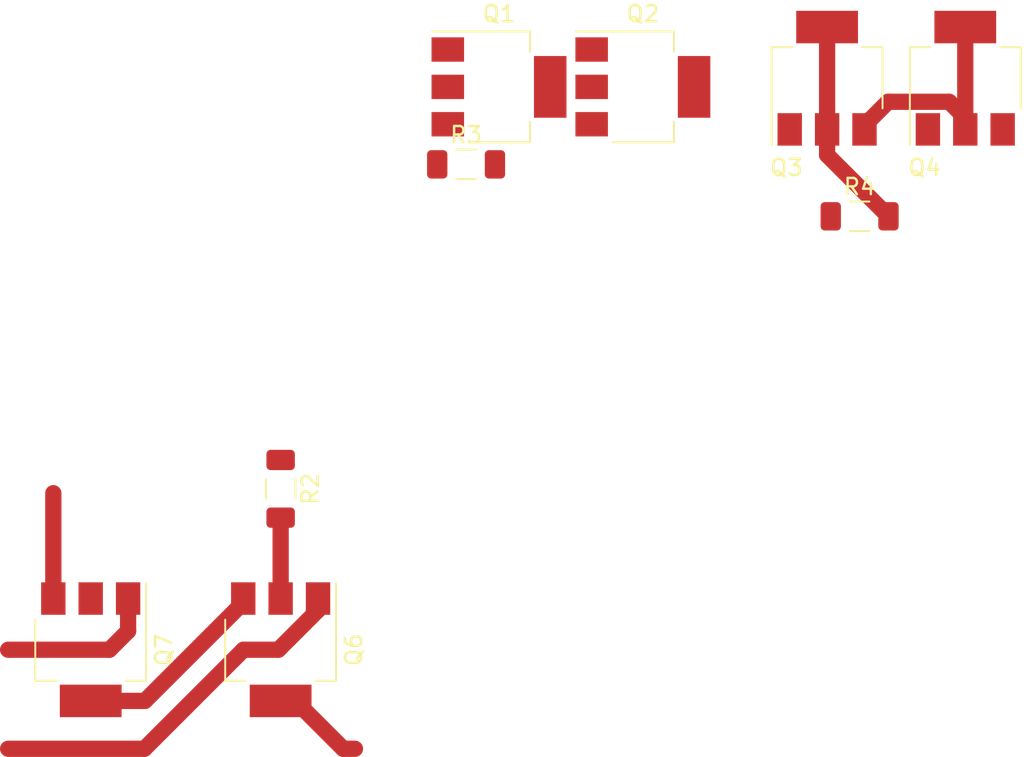
<source format=kicad_pcb>
(kicad_pcb (version 20171130) (host pcbnew "(5.0.2)-1")

  (general
    (thickness 1.6)
    (drawings 0)
    (tracks 25)
    (zones 0)
    (modules 9)
    (nets 13)
  )

  (page USLetter)
  (title_block
    (title Memory)
    (date 2018-10-22)
    (company "Gottfried Haider")
  )

  (layers
    (0 F.Cu signal)
    (31 B.Cu signal)
    (32 B.Adhes user)
    (33 F.Adhes user)
    (34 B.Paste user)
    (35 F.Paste user)
    (36 B.SilkS user)
    (37 F.SilkS user)
    (38 B.Mask user)
    (39 F.Mask user)
    (40 Dwgs.User user)
    (41 Cmts.User user)
    (42 Eco1.User user)
    (43 Eco2.User user)
    (44 Edge.Cuts user)
    (45 Margin user)
    (46 B.CrtYd user)
    (47 F.CrtYd user)
    (48 B.Fab user)
    (49 F.Fab user)
  )

  (setup
    (last_trace_width 1)
    (trace_clearance 0.2)
    (zone_clearance 0.508)
    (zone_45_only no)
    (trace_min 0.2)
    (segment_width 0.2)
    (edge_width 0.15)
    (via_size 0.8)
    (via_drill 0.4)
    (via_min_size 0.4)
    (via_min_drill 0.3)
    (uvia_size 0.3)
    (uvia_drill 0.1)
    (uvias_allowed no)
    (uvia_min_size 0.2)
    (uvia_min_drill 0.1)
    (pcb_text_width 0.3)
    (pcb_text_size 1.5 1.5)
    (mod_edge_width 0.15)
    (mod_text_size 1 1)
    (mod_text_width 0.15)
    (pad_size 1.524 1.524)
    (pad_drill 0.762)
    (pad_to_mask_clearance 0.2)
    (solder_mask_min_width 0.25)
    (aux_axis_origin 0 0)
    (visible_elements 7FFFFF7F)
    (pcbplotparams
      (layerselection 0x00000_7fffffff)
      (usegerberextensions false)
      (usegerberattributes false)
      (usegerberadvancedattributes false)
      (creategerberjobfile false)
      (excludeedgelayer true)
      (linewidth 0.100000)
      (plotframeref true)
      (viasonmask false)
      (mode 1)
      (useauxorigin false)
      (hpglpennumber 1)
      (hpglpenspeed 20)
      (hpglpendiameter 15.000000)
      (psnegative true)
      (psa4output false)
      (plotreference true)
      (plotvalue true)
      (plotinvisibletext false)
      (padsonsilk false)
      (subtractmaskfromsilk false)
      (outputformat 4)
      (mirror true)
      (drillshape 0)
      (scaleselection 1)
      (outputdirectory ""))
  )

  (net 0 "")
  (net 1 /SR_FLIP_FLOP_1/Q)
  (net 2 "Net-(Q1-Pad3)")
  (net 3 /SR_FLIP_FLOP_1/~Q)
  (net 4 GND)
  (net 5 "Net-(Q3-Pad3)")
  (net 6 /NAND2_1/Y)
  (net 7 "Net-(Q6-Pad3)")
  (net 8 VCC)
  (net 9 /SR_FLIP_FLOP_1/R)
  (net 10 /SR_FLIP_FLOP_1/S)
  (net 11 /NAND2_1/A)
  (net 12 /NAND2_1/B)

  (net_class Default "This is the default net class."
    (clearance 0.2)
    (trace_width 1)
    (via_dia 0.8)
    (via_drill 0.4)
    (uvia_dia 0.3)
    (uvia_drill 0.1)
    (add_net /NAND2_1/A)
    (add_net /NAND2_1/B)
    (add_net /NAND2_1/Y)
    (add_net /SR_FLIP_FLOP_1/Q)
    (add_net /SR_FLIP_FLOP_1/R)
    (add_net /SR_FLIP_FLOP_1/S)
    (add_net /SR_FLIP_FLOP_1/~Q)
    (add_net GND)
    (add_net "Net-(Q1-Pad3)")
    (add_net "Net-(Q3-Pad3)")
    (add_net "Net-(Q6-Pad3)")
    (add_net VCC)
  )

  (module Package_TO_SOT_SMD:SOT-223-3_TabPin2 (layer F.Cu) (tedit 5A02FF57) (tstamp 5BF74CBE)
    (at 151.384 43.18 270)
    (descr "module CMS SOT223 4 pins")
    (tags "CMS SOT")
    (path /5BEB43EA/5BEB5095)
    (attr smd)
    (fp_text reference Q6 (at 0 -4.5 270) (layer F.SilkS)
      (effects (font (size 1 1) (thickness 0.15)))
    )
    (fp_text value Q_NMOS_GDS (at 0 4.5 270) (layer F.Fab)
      (effects (font (size 1 1) (thickness 0.15)))
    )
    (fp_text user %R (at 0 0 180) (layer F.Fab)
      (effects (font (size 0.8 0.8) (thickness 0.12)))
    )
    (fp_line (start 1.91 3.41) (end 1.91 2.15) (layer F.SilkS) (width 0.12))
    (fp_line (start 1.91 -3.41) (end 1.91 -2.15) (layer F.SilkS) (width 0.12))
    (fp_line (start 4.4 -3.6) (end -4.4 -3.6) (layer F.CrtYd) (width 0.05))
    (fp_line (start 4.4 3.6) (end 4.4 -3.6) (layer F.CrtYd) (width 0.05))
    (fp_line (start -4.4 3.6) (end 4.4 3.6) (layer F.CrtYd) (width 0.05))
    (fp_line (start -4.4 -3.6) (end -4.4 3.6) (layer F.CrtYd) (width 0.05))
    (fp_line (start -1.85 -2.35) (end -0.85 -3.35) (layer F.Fab) (width 0.1))
    (fp_line (start -1.85 -2.35) (end -1.85 3.35) (layer F.Fab) (width 0.1))
    (fp_line (start -1.85 3.41) (end 1.91 3.41) (layer F.SilkS) (width 0.12))
    (fp_line (start -0.85 -3.35) (end 1.85 -3.35) (layer F.Fab) (width 0.1))
    (fp_line (start -4.1 -3.41) (end 1.91 -3.41) (layer F.SilkS) (width 0.12))
    (fp_line (start -1.85 3.35) (end 1.85 3.35) (layer F.Fab) (width 0.1))
    (fp_line (start 1.85 -3.35) (end 1.85 3.35) (layer F.Fab) (width 0.1))
    (pad 2 smd rect (at 3.15 0 270) (size 2 3.8) (layers F.Cu F.Paste F.Mask)
      (net 6 /NAND2_1/Y))
    (pad 2 smd rect (at -3.15 0 270) (size 2 1.5) (layers F.Cu F.Paste F.Mask)
      (net 6 /NAND2_1/Y))
    (pad 3 smd rect (at -3.15 2.3 270) (size 2 1.5) (layers F.Cu F.Paste F.Mask)
      (net 7 "Net-(Q6-Pad3)"))
    (pad 1 smd rect (at -3.15 -2.3 270) (size 2 1.5) (layers F.Cu F.Paste F.Mask)
      (net 11 /NAND2_1/A))
    (model ${KISYS3DMOD}/Package_TO_SOT_SMD.3dshapes/SOT-223.wrl
      (at (xyz 0 0 0))
      (scale (xyz 1 1 1))
      (rotate (xyz 0 0 0))
    )
  )

  (module Package_TO_SOT_SMD:SOT-223-3_TabPin2 (layer F.Cu) (tedit 5A02FF57) (tstamp 5BFF05C8)
    (at 139.7 43.18 270)
    (descr "module CMS SOT223 4 pins")
    (tags "CMS SOT")
    (path /5BEB43EA/5BEB509C)
    (attr smd)
    (fp_text reference Q7 (at 0 -4.5 270) (layer F.SilkS)
      (effects (font (size 1 1) (thickness 0.15)))
    )
    (fp_text value Q_NMOS_GDS (at 0 4.5 270) (layer F.Fab)
      (effects (font (size 1 1) (thickness 0.15)))
    )
    (fp_line (start 1.85 -3.35) (end 1.85 3.35) (layer F.Fab) (width 0.1))
    (fp_line (start -1.85 3.35) (end 1.85 3.35) (layer F.Fab) (width 0.1))
    (fp_line (start -4.1 -3.41) (end 1.91 -3.41) (layer F.SilkS) (width 0.12))
    (fp_line (start -0.85 -3.35) (end 1.85 -3.35) (layer F.Fab) (width 0.1))
    (fp_line (start -1.85 3.41) (end 1.91 3.41) (layer F.SilkS) (width 0.12))
    (fp_line (start -1.85 -2.35) (end -1.85 3.35) (layer F.Fab) (width 0.1))
    (fp_line (start -1.85 -2.35) (end -0.85 -3.35) (layer F.Fab) (width 0.1))
    (fp_line (start -4.4 -3.6) (end -4.4 3.6) (layer F.CrtYd) (width 0.05))
    (fp_line (start -4.4 3.6) (end 4.4 3.6) (layer F.CrtYd) (width 0.05))
    (fp_line (start 4.4 3.6) (end 4.4 -3.6) (layer F.CrtYd) (width 0.05))
    (fp_line (start 4.4 -3.6) (end -4.4 -3.6) (layer F.CrtYd) (width 0.05))
    (fp_line (start 1.91 -3.41) (end 1.91 -2.15) (layer F.SilkS) (width 0.12))
    (fp_line (start 1.91 3.41) (end 1.91 2.15) (layer F.SilkS) (width 0.12))
    (fp_text user %R (at 0 0) (layer F.Fab)
      (effects (font (size 0.8 0.8) (thickness 0.12)))
    )
    (pad 1 smd rect (at -3.15 -2.3 270) (size 2 1.5) (layers F.Cu F.Paste F.Mask)
      (net 12 /NAND2_1/B))
    (pad 3 smd rect (at -3.15 2.3 270) (size 2 1.5) (layers F.Cu F.Paste F.Mask)
      (net 4 GND))
    (pad 2 smd rect (at -3.15 0 270) (size 2 1.5) (layers F.Cu F.Paste F.Mask)
      (net 7 "Net-(Q6-Pad3)"))
    (pad 2 smd rect (at 3.15 0 270) (size 2 3.8) (layers F.Cu F.Paste F.Mask)
      (net 7 "Net-(Q6-Pad3)"))
    (model ${KISYS3DMOD}/Package_TO_SOT_SMD.3dshapes/SOT-223.wrl
      (at (xyz 0 0 0))
      (scale (xyz 1 1 1))
      (rotate (xyz 0 0 0))
    )
  )

  (module drawingcircuits:R_1206_3216Metric_2.3mmGap (layer F.Cu) (tedit 5BCE1A2F) (tstamp 5BF74CF6)
    (at 151.384 33.274 270)
    (descr "Resistor SMD 1206 (3216 Metric), square (rectangular) end terminal, IPC_7351 nominal, (Body size source: http://www.tortai-tech.com/upload/download/2011102023233369053.pdf), generated with kicad-footprint-generator")
    (tags resistor)
    (path /5BEB43EA/5BEB507D)
    (attr smd)
    (fp_text reference R2 (at 0 -1.82 270) (layer F.SilkS)
      (effects (font (size 1 1) (thickness 0.15)))
    )
    (fp_text value 10k (at 0 1.82 270) (layer F.Fab)
      (effects (font (size 1 1) (thickness 0.15)))
    )
    (fp_text user %R (at 0 0 270) (layer F.Fab)
      (effects (font (size 0.8 0.8) (thickness 0.12)))
    )
    (fp_line (start 2.28 1.12) (end -2.28 1.12) (layer F.CrtYd) (width 0.05))
    (fp_line (start 2.28 -1.12) (end 2.28 1.12) (layer F.CrtYd) (width 0.05))
    (fp_line (start -2.28 -1.12) (end 2.28 -1.12) (layer F.CrtYd) (width 0.05))
    (fp_line (start -2.28 1.12) (end -2.28 -1.12) (layer F.CrtYd) (width 0.05))
    (fp_line (start -0.602064 0.91) (end 0.602064 0.91) (layer F.SilkS) (width 0.12))
    (fp_line (start -0.602064 -0.91) (end 0.602064 -0.91) (layer F.SilkS) (width 0.12))
    (fp_line (start 1.6 0.8) (end -1.6 0.8) (layer F.Fab) (width 0.1))
    (fp_line (start 1.6 -0.8) (end 1.6 0.8) (layer F.Fab) (width 0.1))
    (fp_line (start -1.6 -0.8) (end 1.6 -0.8) (layer F.Fab) (width 0.1))
    (fp_line (start -1.6 0.8) (end -1.6 -0.8) (layer F.Fab) (width 0.1))
    (pad 2 smd roundrect (at 1.775 0 270) (size 1.25 1.75) (layers F.Cu F.Paste F.Mask) (roundrect_rratio 0.2)
      (net 6 /NAND2_1/Y))
    (pad 1 smd roundrect (at -1.775 0 270) (size 1.25 1.75) (layers F.Cu F.Paste F.Mask) (roundrect_rratio 0.2)
      (net 8 VCC))
    (model ${KISYS3DMOD}/Resistor_SMD.3dshapes/R_1206_3216Metric.wrl
      (at (xyz 0 0 0))
      (scale (xyz 1 1 1))
      (rotate (xyz 0 0 0))
    )
  )

  (module Package_TO_SOT_SMD:SOT-223-3_TabPin2 (layer F.Cu) (tedit 5A02FF57) (tstamp 5C07969D)
    (at 164.817001 8.533001)
    (descr "module CMS SOT223 4 pins")
    (tags "CMS SOT")
    (path /5BEB8B38/5BEB8BD4/5BEB5095)
    (attr smd)
    (fp_text reference Q1 (at 0 -4.5) (layer F.SilkS)
      (effects (font (size 1 1) (thickness 0.15)))
    )
    (fp_text value Q_NMOS_GDS (at 0 4.5) (layer F.Fab)
      (effects (font (size 1 1) (thickness 0.15)))
    )
    (fp_text user %R (at 0 0 90) (layer F.Fab)
      (effects (font (size 0.8 0.8) (thickness 0.12)))
    )
    (fp_line (start 1.91 3.41) (end 1.91 2.15) (layer F.SilkS) (width 0.12))
    (fp_line (start 1.91 -3.41) (end 1.91 -2.15) (layer F.SilkS) (width 0.12))
    (fp_line (start 4.4 -3.6) (end -4.4 -3.6) (layer F.CrtYd) (width 0.05))
    (fp_line (start 4.4 3.6) (end 4.4 -3.6) (layer F.CrtYd) (width 0.05))
    (fp_line (start -4.4 3.6) (end 4.4 3.6) (layer F.CrtYd) (width 0.05))
    (fp_line (start -4.4 -3.6) (end -4.4 3.6) (layer F.CrtYd) (width 0.05))
    (fp_line (start -1.85 -2.35) (end -0.85 -3.35) (layer F.Fab) (width 0.1))
    (fp_line (start -1.85 -2.35) (end -1.85 3.35) (layer F.Fab) (width 0.1))
    (fp_line (start -1.85 3.41) (end 1.91 3.41) (layer F.SilkS) (width 0.12))
    (fp_line (start -0.85 -3.35) (end 1.85 -3.35) (layer F.Fab) (width 0.1))
    (fp_line (start -4.1 -3.41) (end 1.91 -3.41) (layer F.SilkS) (width 0.12))
    (fp_line (start -1.85 3.35) (end 1.85 3.35) (layer F.Fab) (width 0.1))
    (fp_line (start 1.85 -3.35) (end 1.85 3.35) (layer F.Fab) (width 0.1))
    (pad 2 smd rect (at 3.15 0) (size 2 3.8) (layers F.Cu F.Paste F.Mask)
      (net 3 /SR_FLIP_FLOP_1/~Q))
    (pad 2 smd rect (at -3.15 0) (size 2 1.5) (layers F.Cu F.Paste F.Mask)
      (net 3 /SR_FLIP_FLOP_1/~Q))
    (pad 3 smd rect (at -3.15 2.3) (size 2 1.5) (layers F.Cu F.Paste F.Mask)
      (net 2 "Net-(Q1-Pad3)"))
    (pad 1 smd rect (at -3.15 -2.3) (size 2 1.5) (layers F.Cu F.Paste F.Mask)
      (net 9 /SR_FLIP_FLOP_1/R))
    (model ${KISYS3DMOD}/Package_TO_SOT_SMD.3dshapes/SOT-223.wrl
      (at (xyz 0 0 0))
      (scale (xyz 1 1 1))
      (rotate (xyz 0 0 0))
    )
  )

  (module Package_TO_SOT_SMD:SOT-223-3_TabPin2 (layer F.Cu) (tedit 5A02FF57) (tstamp 5C07965E)
    (at 173.667001 8.533001)
    (descr "module CMS SOT223 4 pins")
    (tags "CMS SOT")
    (path /5BEB8B38/5BEB8BD4/5BEB509C)
    (attr smd)
    (fp_text reference Q2 (at 0 -4.5) (layer F.SilkS)
      (effects (font (size 1 1) (thickness 0.15)))
    )
    (fp_text value Q_NMOS_GDS (at 0 4.5) (layer F.Fab)
      (effects (font (size 1 1) (thickness 0.15)))
    )
    (fp_line (start 1.85 -3.35) (end 1.85 3.35) (layer F.Fab) (width 0.1))
    (fp_line (start -1.85 3.35) (end 1.85 3.35) (layer F.Fab) (width 0.1))
    (fp_line (start -4.1 -3.41) (end 1.91 -3.41) (layer F.SilkS) (width 0.12))
    (fp_line (start -0.85 -3.35) (end 1.85 -3.35) (layer F.Fab) (width 0.1))
    (fp_line (start -1.85 3.41) (end 1.91 3.41) (layer F.SilkS) (width 0.12))
    (fp_line (start -1.85 -2.35) (end -1.85 3.35) (layer F.Fab) (width 0.1))
    (fp_line (start -1.85 -2.35) (end -0.85 -3.35) (layer F.Fab) (width 0.1))
    (fp_line (start -4.4 -3.6) (end -4.4 3.6) (layer F.CrtYd) (width 0.05))
    (fp_line (start -4.4 3.6) (end 4.4 3.6) (layer F.CrtYd) (width 0.05))
    (fp_line (start 4.4 3.6) (end 4.4 -3.6) (layer F.CrtYd) (width 0.05))
    (fp_line (start 4.4 -3.6) (end -4.4 -3.6) (layer F.CrtYd) (width 0.05))
    (fp_line (start 1.91 -3.41) (end 1.91 -2.15) (layer F.SilkS) (width 0.12))
    (fp_line (start 1.91 3.41) (end 1.91 2.15) (layer F.SilkS) (width 0.12))
    (fp_text user %R (at 0 0 90) (layer F.Fab)
      (effects (font (size 0.8 0.8) (thickness 0.12)))
    )
    (pad 1 smd rect (at -3.15 -2.3) (size 2 1.5) (layers F.Cu F.Paste F.Mask)
      (net 1 /SR_FLIP_FLOP_1/Q))
    (pad 3 smd rect (at -3.15 2.3) (size 2 1.5) (layers F.Cu F.Paste F.Mask)
      (net 4 GND))
    (pad 2 smd rect (at -3.15 0) (size 2 1.5) (layers F.Cu F.Paste F.Mask)
      (net 2 "Net-(Q1-Pad3)"))
    (pad 2 smd rect (at 3.15 0) (size 2 3.8) (layers F.Cu F.Paste F.Mask)
      (net 2 "Net-(Q1-Pad3)"))
    (model ${KISYS3DMOD}/Package_TO_SOT_SMD.3dshapes/SOT-223.wrl
      (at (xyz 0 0 0))
      (scale (xyz 1 1 1))
      (rotate (xyz 0 0 0))
    )
  )

  (module Package_TO_SOT_SMD:SOT-223-3_TabPin2 (layer F.Cu) (tedit 5C554250) (tstamp 5C07961F)
    (at 185 8 90)
    (descr "module CMS SOT223 4 pins")
    (tags "CMS SOT")
    (path /5BEB8B38/5BEB8BDF/5BEB5095)
    (attr smd)
    (fp_text reference Q3 (at -5.5 -2.5 180) (layer F.SilkS)
      (effects (font (size 1 1) (thickness 0.15)))
    )
    (fp_text value Q_NMOS_GDS (at 0 4.5 90) (layer F.Fab) hide
      (effects (font (size 1 1) (thickness 0.15)))
    )
    (fp_text user %R (at 0 0 180) (layer F.Fab)
      (effects (font (size 0.8 0.8) (thickness 0.12)))
    )
    (fp_line (start 1.91 3.41) (end 1.91 2.15) (layer F.SilkS) (width 0.12))
    (fp_line (start 1.91 -3.41) (end 1.91 -2.15) (layer F.SilkS) (width 0.12))
    (fp_line (start 4.4 -3.6) (end -4.4 -3.6) (layer F.CrtYd) (width 0.05))
    (fp_line (start 4.4 3.6) (end 4.4 -3.6) (layer F.CrtYd) (width 0.05))
    (fp_line (start -4.4 3.6) (end 4.4 3.6) (layer F.CrtYd) (width 0.05))
    (fp_line (start -4.4 -3.6) (end -4.4 3.6) (layer F.CrtYd) (width 0.05))
    (fp_line (start -1.85 -2.35) (end -0.85 -3.35) (layer F.Fab) (width 0.1))
    (fp_line (start -1.85 -2.35) (end -1.85 3.35) (layer F.Fab) (width 0.1))
    (fp_line (start -1.85 3.41) (end 1.91 3.41) (layer F.SilkS) (width 0.12))
    (fp_line (start -0.85 -3.35) (end 1.85 -3.35) (layer F.Fab) (width 0.1))
    (fp_line (start -4.1 -3.41) (end 1.91 -3.41) (layer F.SilkS) (width 0.12))
    (fp_line (start -1.85 3.35) (end 1.85 3.35) (layer F.Fab) (width 0.1))
    (fp_line (start 1.85 -3.35) (end 1.85 3.35) (layer F.Fab) (width 0.1))
    (pad 2 smd rect (at 3.15 0 90) (size 2 3.8) (layers F.Cu F.Paste F.Mask)
      (net 1 /SR_FLIP_FLOP_1/Q))
    (pad 2 smd rect (at -3.15 0 90) (size 2 1.5) (layers F.Cu F.Paste F.Mask)
      (net 1 /SR_FLIP_FLOP_1/Q))
    (pad 3 smd rect (at -3.15 2.3 90) (size 2 1.5) (layers F.Cu F.Paste F.Mask)
      (net 5 "Net-(Q3-Pad3)"))
    (pad 1 smd rect (at -3.15 -2.3 90) (size 2 1.5) (layers F.Cu F.Paste F.Mask)
      (net 10 /SR_FLIP_FLOP_1/S))
    (model ${KISYS3DMOD}/Package_TO_SOT_SMD.3dshapes/SOT-223.wrl
      (at (xyz 0 0 0))
      (scale (xyz 1 1 1))
      (rotate (xyz 0 0 0))
    )
  )

  (module Package_TO_SOT_SMD:SOT-223-3_TabPin2 (layer F.Cu) (tedit 5C55424D) (tstamp 5C0795E0)
    (at 193.5 8 90)
    (descr "module CMS SOT223 4 pins")
    (tags "CMS SOT")
    (path /5BEB8B38/5BEB8BDF/5BEB509C)
    (attr smd)
    (fp_text reference Q4 (at -5.5 -2.5 180) (layer F.SilkS)
      (effects (font (size 1 1) (thickness 0.15)))
    )
    (fp_text value Q_NMOS_GDS (at 0 4.5 90) (layer F.Fab) hide
      (effects (font (size 1 1) (thickness 0.15)))
    )
    (fp_line (start 1.85 -3.35) (end 1.85 3.35) (layer F.Fab) (width 0.1))
    (fp_line (start -1.85 3.35) (end 1.85 3.35) (layer F.Fab) (width 0.1))
    (fp_line (start -4.1 -3.41) (end 1.91 -3.41) (layer F.SilkS) (width 0.12))
    (fp_line (start -0.85 -3.35) (end 1.85 -3.35) (layer F.Fab) (width 0.1))
    (fp_line (start -1.85 3.41) (end 1.91 3.41) (layer F.SilkS) (width 0.12))
    (fp_line (start -1.85 -2.35) (end -1.85 3.35) (layer F.Fab) (width 0.1))
    (fp_line (start -1.85 -2.35) (end -0.85 -3.35) (layer F.Fab) (width 0.1))
    (fp_line (start -4.4 -3.6) (end -4.4 3.6) (layer F.CrtYd) (width 0.05))
    (fp_line (start -4.4 3.6) (end 4.4 3.6) (layer F.CrtYd) (width 0.05))
    (fp_line (start 4.4 3.6) (end 4.4 -3.6) (layer F.CrtYd) (width 0.05))
    (fp_line (start 4.4 -3.6) (end -4.4 -3.6) (layer F.CrtYd) (width 0.05))
    (fp_line (start 1.91 -3.41) (end 1.91 -2.15) (layer F.SilkS) (width 0.12))
    (fp_line (start 1.91 3.41) (end 1.91 2.15) (layer F.SilkS) (width 0.12))
    (fp_text user %R (at 0 0 180) (layer F.Fab)
      (effects (font (size 0.8 0.8) (thickness 0.12)))
    )
    (pad 1 smd rect (at -3.15 -2.3 90) (size 2 1.5) (layers F.Cu F.Paste F.Mask)
      (net 3 /SR_FLIP_FLOP_1/~Q))
    (pad 3 smd rect (at -3.15 2.3 90) (size 2 1.5) (layers F.Cu F.Paste F.Mask)
      (net 4 GND))
    (pad 2 smd rect (at -3.15 0 90) (size 2 1.5) (layers F.Cu F.Paste F.Mask)
      (net 5 "Net-(Q3-Pad3)"))
    (pad 2 smd rect (at 3.15 0 90) (size 2 3.8) (layers F.Cu F.Paste F.Mask)
      (net 5 "Net-(Q3-Pad3)"))
    (model ${KISYS3DMOD}/Package_TO_SOT_SMD.3dshapes/SOT-223.wrl
      (at (xyz 0 0 0))
      (scale (xyz 1 1 1))
      (rotate (xyz 0 0 0))
    )
  )

  (module drawingcircuits:R_1206_3216Metric_2.3mmGap (layer F.Cu) (tedit 5BCE1A2F) (tstamp 5C0795AB)
    (at 162.792 13.303001)
    (descr "Resistor SMD 1206 (3216 Metric), square (rectangular) end terminal, IPC_7351 nominal, (Body size source: http://www.tortai-tech.com/upload/download/2011102023233369053.pdf), generated with kicad-footprint-generator")
    (tags resistor)
    (path /5BEB8B38/5BEB8BD4/5BEB507D)
    (attr smd)
    (fp_text reference R3 (at 0 -1.82) (layer F.SilkS)
      (effects (font (size 1 1) (thickness 0.15)))
    )
    (fp_text value 10k (at 0 1.82) (layer F.Fab)
      (effects (font (size 1 1) (thickness 0.15)))
    )
    (fp_text user %R (at 0 0) (layer F.Fab)
      (effects (font (size 0.8 0.8) (thickness 0.12)))
    )
    (fp_line (start 2.28 1.12) (end -2.28 1.12) (layer F.CrtYd) (width 0.05))
    (fp_line (start 2.28 -1.12) (end 2.28 1.12) (layer F.CrtYd) (width 0.05))
    (fp_line (start -2.28 -1.12) (end 2.28 -1.12) (layer F.CrtYd) (width 0.05))
    (fp_line (start -2.28 1.12) (end -2.28 -1.12) (layer F.CrtYd) (width 0.05))
    (fp_line (start -0.602064 0.91) (end 0.602064 0.91) (layer F.SilkS) (width 0.12))
    (fp_line (start -0.602064 -0.91) (end 0.602064 -0.91) (layer F.SilkS) (width 0.12))
    (fp_line (start 1.6 0.8) (end -1.6 0.8) (layer F.Fab) (width 0.1))
    (fp_line (start 1.6 -0.8) (end 1.6 0.8) (layer F.Fab) (width 0.1))
    (fp_line (start -1.6 -0.8) (end 1.6 -0.8) (layer F.Fab) (width 0.1))
    (fp_line (start -1.6 0.8) (end -1.6 -0.8) (layer F.Fab) (width 0.1))
    (pad 2 smd roundrect (at 1.775 0) (size 1.25 1.75) (layers F.Cu F.Paste F.Mask) (roundrect_rratio 0.2)
      (net 3 /SR_FLIP_FLOP_1/~Q))
    (pad 1 smd roundrect (at -1.775 0) (size 1.25 1.75) (layers F.Cu F.Paste F.Mask) (roundrect_rratio 0.2)
      (net 8 VCC))
    (model ${KISYS3DMOD}/Resistor_SMD.3dshapes/R_1206_3216Metric.wrl
      (at (xyz 0 0 0))
      (scale (xyz 1 1 1))
      (rotate (xyz 0 0 0))
    )
  )

  (module drawingcircuits:R_1206_3216Metric_2.3mmGap (layer F.Cu) (tedit 5BCE1A2F) (tstamp 5C07957B)
    (at 187 16.5)
    (descr "Resistor SMD 1206 (3216 Metric), square (rectangular) end terminal, IPC_7351 nominal, (Body size source: http://www.tortai-tech.com/upload/download/2011102023233369053.pdf), generated with kicad-footprint-generator")
    (tags resistor)
    (path /5BEB8B38/5BEB8BDF/5BEB507D)
    (attr smd)
    (fp_text reference R4 (at 0 -1.82) (layer F.SilkS)
      (effects (font (size 1 1) (thickness 0.15)))
    )
    (fp_text value 10k (at 0 1.82) (layer F.Fab)
      (effects (font (size 1 1) (thickness 0.15)))
    )
    (fp_line (start -1.6 0.8) (end -1.6 -0.8) (layer F.Fab) (width 0.1))
    (fp_line (start -1.6 -0.8) (end 1.6 -0.8) (layer F.Fab) (width 0.1))
    (fp_line (start 1.6 -0.8) (end 1.6 0.8) (layer F.Fab) (width 0.1))
    (fp_line (start 1.6 0.8) (end -1.6 0.8) (layer F.Fab) (width 0.1))
    (fp_line (start -0.602064 -0.91) (end 0.602064 -0.91) (layer F.SilkS) (width 0.12))
    (fp_line (start -0.602064 0.91) (end 0.602064 0.91) (layer F.SilkS) (width 0.12))
    (fp_line (start -2.28 1.12) (end -2.28 -1.12) (layer F.CrtYd) (width 0.05))
    (fp_line (start -2.28 -1.12) (end 2.28 -1.12) (layer F.CrtYd) (width 0.05))
    (fp_line (start 2.28 -1.12) (end 2.28 1.12) (layer F.CrtYd) (width 0.05))
    (fp_line (start 2.28 1.12) (end -2.28 1.12) (layer F.CrtYd) (width 0.05))
    (fp_text user %R (at 0 0) (layer F.Fab)
      (effects (font (size 0.8 0.8) (thickness 0.12)))
    )
    (pad 1 smd roundrect (at -1.775 0) (size 1.25 1.75) (layers F.Cu F.Paste F.Mask) (roundrect_rratio 0.2)
      (net 8 VCC))
    (pad 2 smd roundrect (at 1.775 0) (size 1.25 1.75) (layers F.Cu F.Paste F.Mask) (roundrect_rratio 0.2)
      (net 1 /SR_FLIP_FLOP_1/Q))
    (model ${KISYS3DMOD}/Resistor_SMD.3dshapes/R_1206_3216Metric.wrl
      (at (xyz 0 0 0))
      (scale (xyz 1 1 1))
      (rotate (xyz 0 0 0))
    )
  )

  (segment (start 185 12.725) (end 188.775 16.5) (width 1) (layer F.Cu) (net 1))
  (segment (start 185 11.15) (end 185 12.725) (width 1) (layer F.Cu) (net 1))
  (segment (start 185 4.85) (end 185 11.15) (width 1) (layer F.Cu) (net 1))
  (segment (start 137.4 40.03) (end 137.4 33.542) (width 1) (layer F.Cu) (net 4) (status 10))
  (segment (start 193.5 10.439998) (end 193.5 11.15) (width 1) (layer F.Cu) (net 5))
  (segment (start 192.510001 9.449999) (end 193.5 10.439998) (width 1) (layer F.Cu) (net 5))
  (segment (start 188.750001 9.449999) (end 192.510001 9.449999) (width 1) (layer F.Cu) (net 5))
  (segment (start 187.3 11.15) (end 187.3 10.9) (width 1) (layer F.Cu) (net 5))
  (segment (start 187.3 10.9) (end 188.750001 9.449999) (width 1) (layer F.Cu) (net 5))
  (segment (start 193.5 11.15) (end 193.5 4.85) (width 1) (layer F.Cu) (net 5))
  (segment (start 151.384 35.049) (end 151.384 40.03) (width 1) (layer F.Cu) (net 6) (status 30))
  (segment (start 152.284 46.33) (end 155.23 49.276) (width 1) (layer F.Cu) (net 6) (status 10))
  (segment (start 151.384 46.33) (end 152.284 46.33) (width 1) (layer F.Cu) (net 6) (status 30))
  (segment (start 155.23 49.276) (end 155.956 49.276) (width 1) (layer F.Cu) (net 6))
  (segment (start 149.084 40.28) (end 149.084 40.03) (width 1) (layer F.Cu) (net 7) (status 30))
  (segment (start 143.034 46.33) (end 149.084 40.28) (width 1) (layer F.Cu) (net 7) (status 20))
  (segment (start 139.7 46.33) (end 143.034 46.33) (width 1) (layer F.Cu) (net 7) (status 10))
  (segment (start 153.684 40.740002) (end 151.244002 43.18) (width 1) (layer F.Cu) (net 11) (status 10))
  (segment (start 153.684 40.03) (end 153.684 40.740002) (width 1) (layer F.Cu) (net 11) (status 30))
  (segment (start 151.244002 43.18) (end 149.098 43.18) (width 1) (layer F.Cu) (net 11))
  (segment (start 149.098 43.18) (end 143.002 49.276) (width 1) (layer F.Cu) (net 11))
  (segment (start 143.002 49.276) (end 134.62 49.276) (width 1) (layer F.Cu) (net 11))
  (segment (start 142 42.03) (end 140.85 43.18) (width 1) (layer F.Cu) (net 12))
  (segment (start 142 40.03) (end 142 42.03) (width 1) (layer F.Cu) (net 12) (status 10))
  (segment (start 140.85 43.18) (end 134.62 43.18) (width 1) (layer F.Cu) (net 12))

)

</source>
